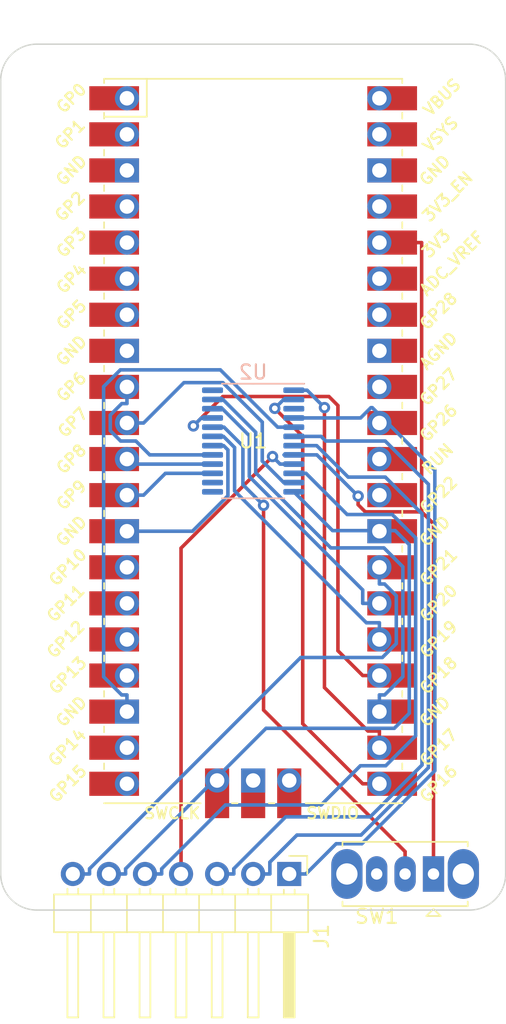
<source format=kicad_pcb>
(kicad_pcb (version 20211014) (generator pcbnew)
  (layers (0 "F.Cu" signal) (31 "B.Cu" signal) (34 "B.Paste" user) (35 "F.Paste" user) (36 "B.SilkS" user "B.Silkscreen") (37 "F.SilkS" user "F.Silkscreen") (38 "B.Mask" user) (39 "F.Mask" user) (44 "Edge.Cuts" user))
  (net 0 "")
  (net 1 "Net-(J1-Pad1)")
  (net 2 "Net-(J1-Pad2)")
  (net 3 "Net-(J1-Pad3)")
  (net 4 "Net-(J1-Pad4)")
  (net 5 "Net-(J1-Pad5)")
  (net 6 "Net-(J1-Pad6)")
  (net 7 "Net-(J1-Pad7)")
  (net 8 "Net-(SW1-Pad2)")
  (net 13 "Net-(SW1-Pad1)")
  (net 14 "Net-(U1-Pad22)")
  (net 15 "Net-(U1-Pad21)")
  (net 16 "Net-(U1-Pad18)")
  (net 17 "Net-(U1-Pad10)")
  (net 18 "Net-(U1-Pad12)")
  (net 19 "Net-(U1-Pad11)")
  (net 20 "Net-(U1-Pad9)")
  (net 21 "Net-(U1-Pad13)")
  (net 22 "Net-(U1-Pad25)")
  (net 23 "Net-(U1-Pad24)")
  (net 24 "Net-(U1-Pad26)")
  (net 25 "Net-(U1-Pad23)")
  (footprint "Button_Switch_THT:SW_Slide_1P2T_CK_OS102011MS2Q" (layer "F.Cu") (at 185.42 104.14 180)
    (fp_text reference "SW1" (at 3.99 -2.99) (layer "F.SilkS"))
    (fp_text value "SW_DIP_x01")
    (fp_line (start 6.41 2.26) (end -2.41 2.26) (layer "F.SilkS") (width 0.12))
    (fp_line (start -2.41 -2.26) (end 6.41 -2.26) (layer "F.SilkS") (width 0.12))
    (fp_line (start 6.41 2.26) (end 6.41 1.95) (layer "F.SilkS") (width 0.12))
    (fp_line (start 6.41 -2.26) (end 6.41 -1.95) (layer "F.SilkS") (width 0.12))
    (fp_line (start -2.41 -1.95) (end -2.41 -2.26) (layer "F.SilkS") (width 0.12))
    (fp_line (start 0.5 -2.96) (end -0.5 -2.96) (layer "F.SilkS") (width 0.12))
    (fp_line (start -2.41 2.26) (end -2.41 1.95) (layer "F.SilkS") (width 0.12))
    (fp_line (start 0 -2.46) (end 0.5 -2.96) (layer "F.SilkS") (width 0.12))
    (fp_line (start -0.5 -2.96) (end 0 -2.46) (layer "F.SilkS") (width 0.12))
    (pad "" thru_hole oval (at 6.1 0 180) (size 2.2 3.5) (drill 1.5) (layers *.Cu *.Mask))
    (pad "" thru_hole oval (at -2.1 0 180) (size 2.2 3.5) (drill 1.5) (layers *.Cu *.Mask))
    (pad "1" thru_hole rect (at 0 0 180) (size 1.5 2.5) (drill 0.8) (layers *.Cu *.Mask) (net 13 "Net-(SW1-Pad1)"))
    (pad "2" thru_hole oval (at 2 0 180) (size 1.5 2.5) (drill 0.8) (layers *.Cu *.Mask) (net 8 "Net-(SW1-Pad2)"))
    (pad "3" thru_hole oval (at 4 0 180) (size 1.5 2.5) (drill 0.8) (layers *.Cu *.Mask))
  )
  (footprint "MCU_RaspberryPi_and_Boards:RPi_Pico_SMD_TH" (layer "F.Cu") (at 172.72 73.66)
    (fp_text reference "U1" (at 0 0) (layer "F.SilkS"))
    (fp_text value "Pico")
    (fp_text user "GP3" (at -12.8 -13.97 45) (layer "F.SilkS") (effects (font (size 0.8 0.8))))
    (fp_text user "GP15" (at -13.054 24.13 45) (layer "F.SilkS") (effects (font (size 0.8 0.8))))
    (fp_text user "GND" (at -12.8 19.05 45) (layer "F.SilkS") (effects (font (size 0.8 0.8))))
    (fp_text user "VBUS" (at 13.3 -24.2 45) (layer "F.SilkS") (effects (font (size 0.8 0.8))))
    (fp_text user "GP17" (at 13.054 21.59 45) (layer "F.SilkS") (effects (font (size 0.8 0.8))))
    (fp_text user "GND" (at -12.8 -6.35 45) (layer "F.SilkS") (effects (font (size 0.8 0.8))))
    (fp_text user "VSYS" (at 13.2 -21.59 45) (layer "F.SilkS") (effects (font (size 0.8 0.8))))
    (fp_text user "GND" (at -12.8 -19.05 45) (layer "F.SilkS") (effects (font (size 0.8 0.8))))
    (fp_text user "GND" (at 12.8 -19.05 45) (layer "F.SilkS") (effects (font (size 0.8 0.8))))
    (fp_text user "GP0" (at -12.8 -24.13 45) (layer "F.SilkS") (effects (font (size 0.8 0.8))))
    (fp_text user "GP19" (at 13.054 13.97 45) (layer "F.SilkS") (effects (font (size 0.8 0.8))))
    (fp_text user "SWCLK" (at -5.7 26.2) (layer "F.SilkS") (effects (font (size 0.8 0.8))))
    (fp_text user "GND" (at 12.8 6.35 45) (layer "F.SilkS") (effects (font (size 0.8 0.8))))
    (fp_text user "GP4" (at -12.8 -11.43 45) (layer "F.SilkS") (effects (font (size 0.8 0.8))))
    (fp_text user "GP9" (at -12.8 3.81 45) (layer "F.SilkS") (effects (font (size 0.8 0.8))))
    (fp_text user "GP20" (at 13.054 11.43 45) (layer "F.SilkS") (effects (font (size 0.8 0.8))))
    (fp_text user "GND" (at -12.8 6.35 45) (layer "F.SilkS") (effects (font (size 0.8 0.8))))
    (fp_text user "GP1" (at -12.9 -21.6 45) (layer "F.SilkS") (effects (font (size 0.8 0.8))))
    (fp_text user "3V3_EN" (at 13.7 -17.2 45) (layer "F.SilkS") (effects (font (size 0.8 0.8))))
    (fp_text user "GP26" (at 13.054 -1.27 45) (layer "F.SilkS") (effects (font (size 0.8 0.8))))
    (fp_text user "GP13" (at -13.054 16.51 45) (layer "F.SilkS") (effects (font (size 0.8 0.8))))
    (fp_text user "SWDIO" (at 5.6 26.2) (layer "F.SilkS") (effects (font (size 0.8 0.8))))
    (fp_text user "GP7" (at -12.7 -1.3 45) (layer "F.SilkS") (effects (font (size 0.8 0.8))))
    (fp_text user "GP12" (at -13.2 13.97 45) (layer "F.SilkS") (effects (font (size 0.8 0.8))))
    (fp_text user "ADC_VREF" (at 14 -12.5 45) (layer "F.SilkS") (effects (font (size 0.8 0.8))))
    (fp_text user "GP21" (at 13.054 8.9 45) (layer "F.SilkS") (effects (font (size 0.8 0.8))))
    (fp_text user "GP14" (at -13.1 21.59 45) (layer "F.SilkS") (effects (font (size 0.8 0.8))))
    (fp_text user "GP8" (at -12.8 1.27 45) (layer "F.SilkS") (effects (font (size 0.8 0.8))))
    (fp_text user "GP10" (at -13.054 8.89 45) (layer "F.SilkS") (effects (font (size 0.8 0.8))))
    (fp_text user "3V3" (at 12.9 -13.9 45) (layer "F.SilkS") (effects (font (size 0.8 0.8))))
    (fp_text user "GP16" (at 13.054 24.13 45) (layer "F.SilkS") (effects (font (size 0.8 0.8))))
    (fp_text user "GP5" (at -12.8 -8.89 45) (layer "F.SilkS") (effects (font (size 0.8 0.8))))
    (fp_text user "GP22" (at 13.054 3.81 45) (layer "F.SilkS") (effects (font (size 0.8 0.8))))
    (fp_text user "GP2" (at -12.9 -16.51 45) (layer "F.SilkS") (effects (font (size 0.8 0.8))))
    (fp_text user "AGND" (at 13.054 -6.35 45) (layer "F.SilkS") (effects (font (size 0.8 0.8))))
    (fp_text user "GP27" (at 13.054 -3.8 45) (layer "F.SilkS") (effects (font (size 0.8 0.8))))
    (fp_text user "GP28" (at 13.054 -9.144 45) (layer "F.SilkS") (effects (font (size 0.8 0.8))))
    (fp_text user "GND" (at 12.8 19.05 45) (layer "F.SilkS") (effects (font (size 0.8 0.8))))
    (fp_text user "GP11" (at -13.2 11.43 45) (layer "F.SilkS") (effects (font (size 0.8 0.8))))
    (fp_text user "RUN" (at 13 1.27 45) (layer "F.SilkS") (effects (font (size 0.8 0.8))))
    (fp_text user "GP18" (at 13.054 16.51 45) (layer "F.SilkS") (effects (font (size 0.8 0.8))))
    (fp_text user "GP6" (at -12.8 -3.81 45) (layer "F.SilkS") (effects (font (size 0.8 0.8))))
    (fp_line (start -10.5 10) (end -10.5 10.4) (layer "F.SilkS") (width 0.12))
    (fp_line (start -10.5 4.9) (end -10.5 5.3) (layer "F.SilkS") (width 0.12))
    (fp_line (start -7.493 -22.833) (end -7.493 -25.5) (layer "F.SilkS") (width 0.12))
    (fp_line (start -10.5 -7.8) (end -10.5 -7.4) (layer "F.SilkS") (width 0.12))
    (fp_line (start -10.5 -12.9) (end -10.5 -12.5) (layer "F.SilkS") (width 0.12))
    (fp_line (start -10.5 -23.1) (end -10.5 -22.7) (layer "F.SilkS") (width 0.12))
    (fp_line (start 10.5 -10.4) (end 10.5 -10) (layer "F.SilkS") (width 0.12))
    (fp_line (start 10.5 25.5) (end 3.7 25.5) (layer "F.SilkS") (width 0.12))
    (fp_line (start 10.5 -25.5) (end 10.5 -25.2) (layer "F.SilkS") (width 0.12))
    (fp_line (start 10.5 4.9) (end 10.5 5.3) (layer "F.SilkS") (width 0.12))
    (fp_line (start 10.5 -18) (end 10.5 -17.6) (layer "F.SilkS") (width 0.12))
    (fp_line (start 10.5 12.5) (end 10.5 12.9) (layer "F.SilkS") (width 0.12))
    (fp_line (start -10.5 -25.5) (end 10.5 -25.5) (layer "F.SilkS") (width 0.12))
    (fp_line (start -10.5 -10.4) (end -10.5 -10) (layer "F.SilkS") (width 0.12))
    (fp_line (start 10.5 -23.1) (end 10.5 -22.7) (layer "F.SilkS") (width 0.12))
    (fp_line (start -10.5 -15.4) (end -10.5 -15) (layer "F.SilkS") (width 0.12))
    (fp_line (start -10.5 -0.2) (end -10.5 0.2) (layer "F.SilkS") (width 0.12))
    (fp_line (start 10.5 17.6) (end 10.5 18) (layer "F.SilkS") (width 0.12))
    (fp_line (start -3.7 25.5) (end -10.5 25.5) (layer "F.SilkS") (width 0.12))
    (fp_line (start 10.5 -12.9) (end 10.5 -12.5) (layer "F.SilkS") (width 0.12))
    (fp_line (start -10.5 22.7) (end -10.5 23.1) (layer "F.SilkS") (width 0.12))
    (fp_line (start 10.5 -15.4) (end 10.5 -15) (layer "F.SilkS") (width 0.12))
    (fp_line (start 10.5 7.4) (end 10.5 7.8) (layer "F.SilkS") (width 0.12))
    (fp_line (start -10.5 20.1) (end -10.5 20.5) (layer "F.SilkS") (width 0.12))
    (fp_line (start -10.5 -18) (end -10.5 -17.6) (layer "F.SilkS") (width 0.12))
    (fp_line (start 10.5 -5.3) (end 10.5 -4.9) (layer "F.SilkS") (width 0.12))
    (fp_line (start -10.5 -25.5) (end -10.5 -25.2) (layer "F.SilkS") (width 0.12))
    (fp_line (start 10.5 10) (end 10.5 10.4) (layer "F.SilkS") (width 0.12))
    (fp_line (start 10.5 -2.7) (end 10.5 -2.3) (layer "F.SilkS") (width 0.12))
    (fp_line (start -10.5 -22.833) (end -7.493 -22.833) (layer "F.SilkS") (width 0.12))
    (fp_line (start 10.5 22.7) (end 10.5 23.1) (layer "F.SilkS") (width 0.12))
    (fp_line (start -10.5 15.1) (end -10.5 15.5) (layer "F.SilkS") (width 0.12))
    (fp_line (start -10.5 12.5) (end -10.5 12.9) (layer "F.SilkS") (width 0.12))
    (fp_line (start -10.5 7.4) (end -10.5 7.8) (layer "F.SilkS") (width 0.12))
    (fp_line (start 10.5 15.1) (end 10.5 15.5) (layer "F.SilkS") (width 0.12))
    (fp_line (start -10.5 17.6) (end -10.5 18) (layer "F.SilkS") (width 0.12))
    (fp_line (start -10.5 2.3) (end -10.5 2.7) (layer "F.SilkS") (width 0.12))
    (fp_line (start -10.5 -20.5) (end -10.5 -20.1) (layer "F.SilkS") (width 0.12))
    (fp_line (start 10.5 -0.2) (end 10.5 0.2) (layer "F.SilkS") (width 0.12))
    (fp_line (start -10.5 -5.3) (end -10.5 -4.9) (layer "F.SilkS") (width 0.12))
    (fp_line (start -10.5 -2.7) (end -10.5 -2.3) (layer "F.SilkS") (width 0.12))
    (fp_line (start 10.5 20.1) (end 10.5 20.5) (layer "F.SilkS") (width 0.12))
    (fp_line (start 10.5 -7.8) (end 10.5 -7.4) (layer "F.SilkS") (width 0.12))
    (fp_line (start 10.5 -20.5) (end 10.5 -20.1) (layer "F.SilkS") (width 0.12))
    (fp_line (start 10.5 2.3) (end 10.5 2.7) (layer "F.SilkS") (width 0.12))
    (fp_line (start -1.5 25.5) (end -1.1 25.5) (layer "F.SilkS") (width 0.12))
    (fp_line (start 1.1 25.5) (end 1.5 25.5) (layer "F.SilkS") (width 0.12))
    (pad "" np_thru_hole oval (at 2.425 -20.97) (size 1.5 1.5) (drill 1.5) (layers *.Cu *.Mask))
    (pad "" np_thru_hole oval (at 2.725 -24) (size 1.8 1.8) (drill 1.8) (layers *.Cu *.Mask))
    (pad "" np_thru_hole oval (at -2.725 -24) (size 1.8 1.8) (drill 1.8) (layers *.Cu *.Mask))
    (pad "" np_thru_hole oval (at -2.425 -20.97) (size 1.5 1.5) (drill 1.5) (layers *.Cu *.Mask))
    (pad "1" thru_hole oval (at -8.89 -24.13) (size 1.7 1.7) (drill 1.02) (layers *.Cu *.Mask))
    (pad "1" smd rect (at -8.89 -24.13) (size 3.5 1.7) (drill (offset -0.9 0)) (layers "F.Cu" "F.Mask"))
    (pad "2" smd rect (at -8.89 -21.59) (size 3.5 1.7) (drill (offset -0.9 0)) (layers "F.Cu" "F.Mask"))
    (pad "2" thru_hole oval (at -8.89 -21.59) (size 1.7 1.7) (drill 1.02) (layers *.Cu *.Mask))
    (pad "3" smd rect (at -8.89 -19.05) (size 3.5 1.7) (drill (offset -0.9 0)) (layers "F.Cu" "F.Mask"))
    (pad "3" thru_hole rect (at -8.89 -19.05) (size 1.7 1.7) (drill 1.02) (layers *.Cu *.Mask))
    (pad "4" thru_hole oval (at -8.89 -16.51) (size 1.7 1.7) (drill 1.02) (layers *.Cu *.Mask))
    (pad "4" smd rect (at -8.89 -16.51) (size 3.5 1.7) (drill (offset -0.9 0)) (layers "F.Cu" "F.Mask"))
    (pad "5" thru_hole oval (at -8.89 -13.97) (size 1.7 1.7) (drill 1.02) (layers *.Cu *.Mask))
    (pad "5" smd rect (at -8.89 -13.97) (size 3.5 1.7) (drill (offset -0.9 0)) (layers "F.Cu" "F.Mask"))
    (pad "6" thru_hole oval (at -8.89 -11.43) (size 1.7 1.7) (drill 1.02) (layers *.Cu *.Mask))
    (pad "6" smd rect (at -8.89 -11.43) (size 3.5 1.7) (drill (offset -0.9 0)) (layers "F.Cu" "F.Mask"))
    (pad "7" smd rect (at -8.89 -8.89) (size 3.5 1.7) (drill (offset -0.9 0)) (layers "F.Cu" "F.Mask"))
    (pad "7" thru_hole oval (at -8.89 -8.89) (size 1.7 1.7) (drill 1.02) (layers *.Cu *.Mask))
    (pad "8" thru_hole rect (at -8.89 -6.35) (size 1.7 1.7) (drill 1.02) (layers *.Cu *.Mask))
    (pad "8" smd rect (at -8.89 -6.35) (size 3.5 1.7) (drill (offset -0.9 0)) (layers "F.Cu" "F.Mask"))
    (pad "9" thru_hole oval (at -8.89 -3.81) (size 1.7 1.7) (drill 1.02) (layers *.Cu *.Mask) (net 20 "Net-(U1-Pad9)"))
    (pad "9" smd rect (at -8.89 -3.81) (size 3.5 1.7) (drill (offset -0.9 0)) (layers "F.Cu" "F.Mask") (net 20 "Net-(U1-Pad9)"))
    (pad "10" smd rect (at -8.89 -1.27) (size 3.5 1.7) (drill (offset -0.9 0)) (layers "F.Cu" "F.Mask") (net 17 "Net-(U1-Pad10)"))
    (pad "10" thru_hole oval (at -8.89 -1.27) (size 1.7 1.7) (drill 1.02) (layers *.Cu *.Mask) (net 17 "Net-(U1-Pad10)"))
    (pad "11" smd rect (at -8.89 1.27) (size 3.5 1.7) (drill (offset -0.9 0)) (layers "F.Cu" "F.Mask") (net 19 "Net-(U1-Pad11)"))
    (pad "11" thru_hole oval (at -8.89 1.27) (size 1.7 1.7) (drill 1.02) (layers *.Cu *.Mask) (net 19 "Net-(U1-Pad11)"))
    (pad "12" smd rect (at -8.89 3.81) (size 3.5 1.7) (drill (offset -0.9 0)) (layers "F.Cu" "F.Mask") (net 18 "Net-(U1-Pad12)"))
    (pad "12" thru_hole oval (at -8.89 3.81) (size 1.7 1.7) (drill 1.02) (layers *.Cu *.Mask) (net 18 "Net-(U1-Pad12)"))
    (pad "13" thru_hole rect (at -8.89 6.35) (size 1.7 1.7) (drill 1.02) (layers *.Cu *.Mask) (net 21 "Net-(U1-Pad13)"))
    (pad "13" smd rect (at -8.89 6.35) (size 3.5 1.7) (drill (offset -0.9 0)) (layers "F.Cu" "F.Mask") (net 21 "Net-(U1-Pad13)"))
    (pad "14" thru_hole oval (at -8.89 8.89) (size 1.7 1.7) (drill 1.02) (layers *.Cu *.Mask))
    (pad "14" smd rect (at -8.89 8.89) (size 3.5 1.7) (drill (offset -0.9 0)) (layers "F.Cu" "F.Mask"))
    (pad "15" smd rect (at -8.89 11.43) (size 3.5 1.7) (drill (offset -0.9 0)) (layers "F.Cu" "F.Mask"))
    (pad "15" thru_hole oval (at -8.89 11.43) (size 1.7 1.7) (drill 1.02) (layers *.Cu *.Mask))
    (pad "16" smd rect (at -8.89 13.97) (size 3.5 1.7) (drill (offset -0.9 0)) (layers "F.Cu" "F.Mask"))
    (pad "16" thru_hole oval (at -8.89 13.97) (size 1.7 1.7) (drill 1.02) (layers *.Cu *.Mask))
    (pad "17" thru_hole oval (at -8.89 16.51) (size 1.7 1.7) (drill 1.02) (layers *.Cu *.Mask))
    (pad "17" smd rect (at -8.89 16.51) (size 3.5 1.7) (drill (offset -0.9 0)) (layers "F.Cu" "F.Mask"))
    (pad "18" smd rect (at -8.89 19.05) (size 3.5 1.7) (drill (offset -0.9 0)) (layers "F.Cu" "F.Mask") (net 16 "Net-(U1-Pad18)"))
    (pad "18" thru_hole rect (at -8.89 19.05) (size 1.7 1.7) (drill 1.02) (layers *.Cu *.Mask) (net 16 "Net-(U1-Pad18)"))
    (pad "19" thru_hole oval (at -8.89 21.59) (size 1.7 1.7) (drill 1.02) (layers *.Cu *.Mask))
    (pad "19" smd rect (at -8.89 21.59) (size 3.5 1.7) (drill (offset -0.9 0)) (layers "F.Cu" "F.Mask"))
    (pad "20" smd rect (at -8.89 24.13) (size 3.5 1.7) (drill (offset -0.9 0)) (layers "F.Cu" "F.Mask"))
    (pad "20" thru_hole oval (at -8.89 24.13) (size 1.7 1.7) (drill 1.02) (layers *.Cu *.Mask))
    (pad "21" smd rect (at 8.89 24.13) (size 3.5 1.7) (drill (offset 0.9 0)) (layers "F.Cu" "F.Mask") (net 15 "Net-(U1-Pad21)"))
    (pad "21" thru_hole oval (at 8.89 24.13) (size 1.7 1.7) (drill 1.02) (layers *.Cu *.Mask) (net 15 "Net-(U1-Pad21)"))
    (pad "22" thru_hole oval (at 8.89 21.59) (size 1.7 1.7) (drill 1.02) (layers *.Cu *.Mask) (net 14 "Net-(U1-Pad22)"))
    (pad "22" smd rect (at 8.89 21.59) (size 3.5 1.7) (drill (offset 0.9 0)) (layers "F.Cu" "F.Mask") (net 14 "Net-(U1-Pad22)"))
    (pad "23" thru_hole rect (at 8.89 19.05) (size 1.7 1.7) (drill 1.02) (layers *.Cu *.Mask) (net 25 "Net-(U1-Pad23)"))
    (pad "23" smd rect (at 8.89 19.05) (size 3.5 1.7) (drill (offset 0.9 0)) (layers "F.Cu" "F.Mask") (net 25 "Net-(U1-Pad23)"))
    (pad "24" smd rect (at 8.89 16.51) (size 3.5 1.7) (drill (offset 0.9 0)) (layers "F.Cu" "F.Mask") (net 23 "Net-(U1-Pad24)"))
    (pad "24" thru_hole oval (at 8.89 16.51) (size 1.7 1.7) (drill 1.02) (layers *.Cu *.Mask) (net 23 "Net-(U1-Pad24)"))
    (pad "25" thru_hole oval (at 8.89 13.97) (size 1.7 1.7) (drill 1.02) (layers *.Cu *.Mask) (net 22 "Net-(U1-Pad25)"))
    (pad "25" smd rect (at 8.89 13.97) (size 3.5 1.7) (drill (offset 0.9 0)) (layers "F.Cu" "F.Mask") (net 22 "Net-(U1-Pad25)"))
    (pad "26" thru_hole oval (at 8.89 11.43) (size 1.7 1.7) (drill 1.02) (layers *.Cu *.Mask) (net 24 "Net-(U1-Pad26)"))
    (pad "26" smd rect (at 8.89 11.43) (size 3.5 1.7) (drill (offset 0.9 0)) (layers "F.Cu" "F.Mask") (net 24 "Net-(U1-Pad26)"))
    (pad "27" thru_hole oval (at 8.89 8.89) (size 1.7 1.7) (drill 1.02) (layers *.Cu *.Mask) (net 7 "Net-(J1-Pad7)"))
    (pad "27" smd rect (at 8.89 8.89) (size 3.5 1.7) (drill (offset 0.9 0)) (layers "F.Cu" "F.Mask") (net 7 "Net-(J1-Pad7)"))
    (pad "28" smd rect (at 8.89 6.35) (size 3.5 1.7) (drill (offset 0.9 0)) (layers "F.Cu" "F.Mask"))
    (pad "28" thru_hole rect (at 8.89 6.35) (size 1.7 1.7) (drill 1.02) (layers *.Cu *.Mask))
    (pad "29" thru_hole oval (at 8.89 3.81) (size 1.7 1.7) (drill 1.02) (layers *.Cu *.Mask))
    (pad "29" smd rect (at 8.89 3.81) (size 3.5 1.7) (drill (offset 0.9 0)) (layers "F.Cu" "F.Mask"))
    (pad "30" smd rect (at 8.89 1.27) (size 3.5 1.7) (drill (offset 0.9 0)) (layers "F.Cu" "F.Mask"))
    (pad "30" thru_hole oval (at 8.89 1.27) (size 1.7 1.7) (drill 1.02) (layers *.Cu *.Mask))
    (pad "31" smd rect (at 8.89 -1.27) (size 3.5 1.7) (drill (offset 0.9 0)) (layers "F.Cu" "F.Mask"))
    (pad "31" thru_hole oval (at 8.89 -1.27) (size 1.7 1.7) (drill 1.02) (layers *.Cu *.Mask))
    (pad "32" thru_hole oval (at 8.89 -3.81) (size 1.7 1.7) (drill 1.02) (layers *.Cu *.Mask))
    (pad "32" smd rect (at 8.89 -3.81) (size 3.5 1.7) (drill (offset 0.9 0)) (layers "F.Cu" "F.Mask"))
    (pad "33" smd rect (at 8.89 -6.35) (size 3.5 1.7) (drill (offset 0.9 0)) (layers "F.Cu" "F.Mask"))
    (pad "33" thru_hole rect (at 8.89 -6.35) (size 1.7 1.7) (drill 1.02) (layers *.Cu *.Mask))
    (pad "34" thru_hole oval (at 8.89 -8.89) (size 1.7 1.7) (drill 1.02) (layers *.Cu *.Mask))
    (pad "34" smd rect (at 8.89 -8.89) (size 3.5 1.7) (drill (offset 0.9 0)) (layers "F.Cu" "F.Mask"))
    (pad "35" smd rect (at 8.89 -11.43) (size 3.5 1.7) (drill (offset 0.9 0)) (layers "F.Cu" "F.Mask"))
    (pad "35" thru_hole oval (at 8.89 -11.43) (size 1.7 1.7) (drill 1.02) (layers *.Cu *.Mask))
    (pad "36" smd rect (at 8.89 -13.97) (size 3.5 1.7) (drill (offset 0.9 0)) (layers "F.Cu" "F.Mask") (net 13 "Net-(SW1-Pad1)"))
    (pad "36" thru_hole oval (at 8.89 -13.97) (size 1.7 1.7) (drill 1.02) (layers *.Cu *.Mask) (net 13 "Net-(SW1-Pad1)"))
    (pad "37" smd rect (at 8.89 -16.51) (size 3.5 1.7) (drill (offset 0.9 0)) (layers "F.Cu" "F.Mask"))
    (pad "37" thru_hole oval (at 8.89 -16.51) (size 1.7 1.7) (drill 1.02) (layers *.Cu *.Mask))
    (pad "38" smd rect (at 8.89 -19.05) (size 3.5 1.7) (drill (offset 0.9 0)) (layers "F.Cu" "F.Mask"))
    (pad "38" thru_hole rect (at 8.89 -19.05) (size 1.7 1.7) (drill 1.02) (layers *.Cu *.Mask))
    (pad "39" thru_hole oval (at 8.89 -21.59) (size 1.7 1.7) (drill 1.02) (layers *.Cu *.Mask))
    (pad "39" smd rect (at 8.89 -21.59) (size 3.5 1.7) (drill (offset 0.9 0)) (layers "F.Cu" "F.Mask"))
    (pad "40" thru_hole oval (at 8.89 -24.13) (size 1.7 1.7) (drill 1.02) (layers *.Cu *.Mask))
    (pad "40" smd rect (at 8.89 -24.13) (size 3.5 1.7) (drill (offset 0.9 0)) (layers "F.Cu" "F.Mask"))
    (pad "41" thru_hole oval (at -2.54 23.9) (size 1.7 1.7) (drill 1.02) (layers *.Cu *.Mask))
    (pad "41" smd rect (at -2.54 23.9 90) (size 3.5 1.7) (drill (offset -0.9 0)) (layers "F.Cu" "F.Mask"))
    (pad "42" thru_hole rect (at 0 23.9) (size 1.7 1.7) (drill 1.02) (layers *.Cu *.Mask))
    (pad "42" smd rect (at 0 23.9 90) (size 3.5 1.7) (drill (offset -0.9 0)) (layers "F.Cu" "F.Mask"))
    (pad "43" thru_hole oval (at 2.54 23.9) (size 1.7 1.7) (drill 1.02) (layers *.Cu *.Mask))
    (pad "43" smd rect (at 2.54 23.9 90) (size 3.5 1.7) (drill (offset -0.9 0)) (layers "F.Cu" "F.Mask"))
  )
  (footprint "Connector_PinHeader_2.54mm:PinHeader_1x07_P2.54mm_Horizontal" (layer "F.Cu") (at 175.26 104.14 -90)
    (fp_text reference "J1" (at 4.385 -2.27 -90) (layer "F.SilkS"))
    (fp_text value "1x7 Pin Header")
    (fp_line (start 4.1 -1.33) (end 1.44 -1.33) (layer "F.SilkS") (width 0.12))
    (fp_line (start 4.1 7.24) (end 10.1 7.24) (layer "F.SilkS") (width 0.12))
    (fp_line (start 4.1 4.7) (end 10.1 4.7) (layer "F.SilkS") (width 0.12))
    (fp_line (start 4.1 12.32) (end 10.1 12.32) (layer "F.SilkS") (width 0.12))
    (fp_line (start 1.11 0.38) (end 1.44 0.38) (layer "F.SilkS") (width 0.12))
    (fp_line (start -1.27 -1.27) (end 0 -1.27) (layer "F.SilkS") (width 0.12))
    (fp_line (start 10.1 2.92) (end 4.1 2.92) (layer "F.SilkS") (width 0.12))
    (fp_line (start 4.1 0.16) (end 10.1 0.16) (layer "F.SilkS") (width 0.12))
    (fp_line (start 10.1 -0.38) (end 10.1 0.38) (layer "F.SilkS") (width 0.12))
    (fp_line (start 10.1 0.38) (end 4.1 0.38) (layer "F.SilkS") (width 0.12))
    (fp_line (start 1.44 16.57) (end 4.1 16.57) (layer "F.SilkS") (width 0.12))
    (fp_line (start 10.1 7.24) (end 10.1 8) (layer "F.SilkS") (width 0.12))
    (fp_line (start 1.042929 8) (end 1.44 8) (layer "F.SilkS") (width 0.12))
    (fp_line (start 4.1 16.57) (end 4.1 -1.33) (layer "F.SilkS") (width 0.12))
    (fp_line (start 1.042929 10.54) (end 1.44 10.54) (layer "F.SilkS") (width 0.12))
    (fp_line (start 1.042929 13.08) (end 1.44 13.08) (layer "F.SilkS") (width 0.12))
    (fp_line (start 1.44 -1.33) (end 1.44 16.57) (layer "F.SilkS") (width 0.12))
    (fp_line (start 4.1 9.78) (end 10.1 9.78) (layer "F.SilkS") (width 0.12))
    (fp_line (start 1.44 3.81) (end 4.1 3.81) (layer "F.SilkS") (width 0.12))
    (fp_line (start 10.1 4.7) (end 10.1 5.46) (layer "F.SilkS") (width 0.12))
    (fp_line (start 1.042929 9.78) (end 1.44 9.78) (layer "F.SilkS") (width 0.12))
    (fp_line (start 1.042929 2.92) (end 1.44 2.92) (layer "F.SilkS") (width 0.12))
    (fp_line (start 1.042929 12.32) (end 1.44 12.32) (layer "F.SilkS") (width 0.12))
    (fp_line (start 4.1 -0.32) (end 10.1 -0.32) (layer "F.SilkS") (width 0.12))
    (fp_line (start 10.1 9.78) (end 10.1 10.54) (layer "F.SilkS") (width 0.12))
    (fp_line (start 10.1 13.08) (end 4.1 13.08) (layer "F.SilkS") (width 0.12))
    (fp_line (start 10.1 2.16) (end 10.1 2.92) (layer "F.SilkS") (width 0.12))
    (fp_line (start 4.1 -0.08) (end 10.1 -0.08) (layer "F.SilkS") (width 0.12))
    (fp_line (start 10.1 5.46) (end 4.1 5.46) (layer "F.SilkS") (width 0.12))
    (fp_line (start 4.1 2.16) (end 10.1 2.16) (layer "F.SilkS") (width 0.12))
    (fp_line (start 4.1 -0.38) (end 10.1 -0.38) (layer "F.SilkS") (width 0.12))
    (fp_line (start 1.44 13.97) (end 4.1 13.97) (layer "F.SilkS") (width 0.12))
    (fp_line (start 10.1 10.54) (end 4.1 10.54) (layer "F.SilkS") (width 0.12))
    (fp_line (start -1.27 0) (end -1.27 -1.27) (layer "F.SilkS") (width 0.12))
    (fp_line (start 1.042929 14.86) (end 1.44 14.86) (layer "F.SilkS") (width 0.12))
    (fp_line (start 1.042929 2.16) (end 1.44 2.16) (layer "F.SilkS") (width 0.12))
    (fp_line (start 1.042929 4.7) (end 1.44 4.7) (layer "F.SilkS") (width 0.12))
    (fp_line (start 1.44 8.89) (end 4.1 8.89) (layer "F.SilkS") (width 0.12))
    (fp_line (start 1.44 11.43) (end 4.1 11.43) (layer "F.SilkS") (width 0.12))
    (fp_line (start 10.1 14.86) (end 10.1 15.62) (layer "F.SilkS") (width 0.12))
    (fp_line (start 1.44 1.27) (end 4.1 1.27) (layer "F.SilkS") (width 0.12))
    (fp_line (start 1.042929 5.46) (end 1.44 5.46) (layer "F.SilkS") (width 0.12))
    (fp_line (start 4.1 0.28) (end 10.1 0.28) (layer "F.SilkS") (width 0.12))
    (fp_line (start 4.1 0.04) (end 10.1 0.04) (layer "F.SilkS") (width 0.12))
    (fp_line (start 10.1 12.32) (end 10.1 13.08) (layer "F.SilkS") (width 0.12))
    (fp_line (start 1.11 -0.38) (end 1.44 -0.38) (layer "F.SilkS") (width 0.12))
    (fp_line (start 1.042929 7.24) (end 1.44 7.24) (layer "F.SilkS") (width 0.12))
    (fp_line (start 10.1 8) (end 4.1 8) (layer "F.SilkS") (width 0.12))
    (fp_line (start 1.042929 15.62) (end 1.44 15.62) (layer "F.SilkS") (width 0.12))
    (fp_line (start 4.1 -0.2) (end 10.1 -0.2) (layer "F.SilkS") (width 0.12))
    (fp_line (start 10.1 15.62) (end 4.1 15.62) (layer "F.SilkS") (width 0.12))
    (fp_line (start 4.1 14.86) (end 10.1 14.86) (layer "F.SilkS") (width 0.12))
    (fp_line (start 1.44 6.35) (end 4.1 6.35) (layer "F.SilkS") (width 0.12))
    (pad "1" thru_hole rect (at 0 0 270) (size 1.7 1.7) (drill 1) (layers *.Cu *.Mask) (net 1 "Net-(J1-Pad1)"))
    (pad "2" thru_hole oval (at 0 2.54 270) (size 1.7 1.7) (drill 1) (layers *.Cu *.Mask) (net 2 "Net-(J1-Pad2)"))
    (pad "3" thru_hole oval (at 0 5.08 270) (size 1.7 1.7) (drill 1) (layers *.Cu *.Mask) (net 3 "Net-(J1-Pad3)"))
    (pad "4" thru_hole oval (at 0 7.62 270) (size 1.7 1.7) (drill 1) (layers *.Cu *.Mask) (net 4 "Net-(J1-Pad4)"))
    (pad "5" thru_hole oval (at 0 10.16 270) (size 1.7 1.7) (drill 1) (layers *.Cu *.Mask) (net 5 "Net-(J1-Pad5)"))
    (pad "6" thru_hole oval (at 0 12.7 270) (size 1.7 1.7) (drill 1) (layers *.Cu *.Mask) (net 6 "Net-(J1-Pad6)"))
    (pad "7" thru_hole oval (at 0 15.24 270) (size 1.7 1.7) (drill 1) (layers *.Cu *.Mask) (net 7 "Net-(J1-Pad7)"))
  )
  (footprint "Package_SO:TSSOP-24_4.4x7.8mm_P0.65mm" (layer "B.Cu") (at 172.72 73.66 180)
    (fp_text reference "U2" (at 0 4.85) (layer "B.SilkS") (effects (justify mirror)))
    (fp_text value "TS3A27518EPW")
    (fp_line (start 0 -4.035) (end -2.2 -4.035) (layer "B.SilkS") (width 0.12))
    (fp_line (start 0 4.035) (end -3.6 4.035) (layer "B.SilkS") (width 0.12))
    (fp_line (start 0 -4.035) (end 2.2 -4.035) (layer "B.SilkS") (width 0.12))
    (fp_line (start 0 4.035) (end 2.2 4.035) (layer "B.SilkS") (width 0.12))
    (pad "1" smd roundrect (at -2.8625 3.575 180) (size 1.475 0.4) (layers "B.Cu" "B.Paste" "B.Mask") (net 14 "Net-(U1-Pad22)"))
    (pad "2" smd roundrect (at -2.8625 2.925 180) (size 1.475 0.4) (layers "B.Cu" "B.Paste" "B.Mask") (net 15 "Net-(U1-Pad21)"))
    (pad "3" smd roundrect (at -2.8625 2.275 180) (size 1.475 0.4) (layers "B.Cu" "B.Paste" "B.Mask"))
    (pad "4" smd roundrect (at -2.8625 1.625 180) (size 1.475 0.4) (layers "B.Cu" "B.Paste" "B.Mask") (net 1 "Net-(J1-Pad1)"))
    (pad "5" smd roundrect (at -2.8625 0.975 180) (size 1.475 0.4) (layers "B.Cu" "B.Paste" "B.Mask") (net 16 "Net-(U1-Pad18)"))
    (pad "6" smd roundrect (at -2.8625 0.325 180) (size 1.475 0.4) (layers "B.Cu" "B.Paste" "B.Mask") (net 2 "Net-(J1-Pad2)"))
    (pad "7" smd roundrect (at -2.8625 -0.325 180) (size 1.475 0.4) (layers "B.Cu" "B.Paste" "B.Mask") (net 3 "Net-(J1-Pad3)"))
    (pad "8" smd roundrect (at -2.8625 -0.975 180) (size 1.475 0.4) (layers "B.Cu" "B.Paste" "B.Mask") (net 13 "Net-(SW1-Pad1)"))
    (pad "9" smd roundrect (at -2.8625 -1.625 180) (size 1.475 0.4) (layers "B.Cu" "B.Paste" "B.Mask") (net 4 "Net-(J1-Pad4)"))
    (pad "10" smd roundrect (at -2.8625 -2.275 180) (size 1.475 0.4) (layers "B.Cu" "B.Paste" "B.Mask") (net 5 "Net-(J1-Pad5)"))
    (pad "11" smd roundrect (at -2.8625 -2.925 180) (size 1.475 0.4) (layers "B.Cu" "B.Paste" "B.Mask") (net 17 "Net-(U1-Pad10)"))
    (pad "12" smd roundrect (at -2.8625 -3.575 180) (size 1.475 0.4) (layers "B.Cu" "B.Paste" "B.Mask") (net 6 "Net-(J1-Pad6)"))
    (pad "13" smd roundrect (at 2.8625 -3.575 180) (size 1.475 0.4) (layers "B.Cu" "B.Paste" "B.Mask"))
    (pad "14" smd roundrect (at 2.8625 -2.925 180) (size 1.475 0.4) (layers "B.Cu" "B.Paste" "B.Mask"))
    (pad "15" smd roundrect (at 2.8625 -2.275 180) (size 1.475 0.4) (layers "B.Cu" "B.Paste" "B.Mask") (net 18 "Net-(U1-Pad12)"))
    (pad "16" smd roundrect (at 2.8625 -1.625 180) (size 1.475 0.4) (layers "B.Cu" "B.Paste" "B.Mask") (net 19 "Net-(U1-Pad11)"))
    (pad "17" smd roundrect (at 2.8625 -0.975 180) (size 1.475 0.4) (layers "B.Cu" "B.Paste" "B.Mask") (net 20 "Net-(U1-Pad9)"))
    (pad "18" smd roundrect (at 2.8625 -0.325 180) (size 1.475 0.4) (layers "B.Cu" "B.Paste" "B.Mask") (net 21 "Net-(U1-Pad13)"))
    (pad "19" smd roundrect (at 2.8625 0.325 180) (size 1.475 0.4) (layers "B.Cu" "B.Paste" "B.Mask") (net 22 "Net-(U1-Pad25)"))
    (pad "20" smd roundrect (at 2.8625 0.975 180) (size 1.475 0.4) (layers "B.Cu" "B.Paste" "B.Mask") (net 8 "Net-(SW1-Pad2)"))
    (pad "21" smd roundrect (at 2.8625 1.625 180) (size 1.475 0.4) (layers "B.Cu" "B.Paste" "B.Mask") (net 23 "Net-(U1-Pad24)"))
    (pad "22" smd roundrect (at 2.8625 2.275 180) (size 1.475 0.4) (layers "B.Cu" "B.Paste" "B.Mask") (net 24 "Net-(U1-Pad26)"))
    (pad "23" smd roundrect (at 2.8625 2.925 180) (size 1.475 0.4) (layers "B.Cu" "B.Paste" "B.Mask") (net 25 "Net-(U1-Pad23)"))
    (pad "24" smd roundrect (at 2.8625 3.575 180) (size 1.475 0.4) (layers "B.Cu" "B.Paste" "B.Mask"))
  )
  (gr_arc (start 154.94 48.26) (mid 155.683949 46.463949) (end 157.48 45.72) (layer "Edge.Cuts") (width 0.1))
  (gr_arc (start 187.96 45.72) (mid 189.756051 46.463949) (end 190.5 48.26) (layer "Edge.Cuts") (width 0.1))
  (gr_line (start 187.96 106.68) (end 157.48 106.68) (layer "Edge.Cuts") (width 0.1))
  (gr_arc (start 190.5 104.14) (mid 189.756051 105.936051) (end 187.96 106.68) (layer "Edge.Cuts") (width 0.1))
  (gr_line (start 157.48 45.72) (end 187.96 45.72) (layer "Edge.Cuts") (width 0.1))
  (gr_line (start 154.94 104.14) (end 154.94 48.26) (layer "Edge.Cuts") (width 0.1))
  (gr_line (start 190.5 48.26) (end 190.5 104.14) (layer "Edge.Cuts") (width 0.1))
  (gr_arc (start 157.48 106.68) (mid 155.683949 105.936051) (end 154.94 104.14) (layer "Edge.Cuts") (width 0.1))
  (segment (start 185.5139 96.8724) (end 185.5139 75.716) (width 0.25) (layer "B.Cu") (net 1))
  (segment (start 181.0077 71.3132) (end 180.2859 72.035) (width 0.25) (layer "B.Cu") (net 1))
  (segment (start 180.3758 102.0105) (end 185.5139 96.8724) (width 0.25) (layer "B.Cu") (net 1))
  (segment (start 176.4351 104.14) (end 178.5646 102.0105) (width 0.25) (layer "B.Cu") (net 1))
  (segment (start 181.1111 71.3132) (end 181.0077 71.3132) (width 0.25) (layer "B.Cu") (net 1))
  (segment (start 185.5139 75.716) (end 181.1111 71.3132) (width 0.25) (layer "B.Cu") (net 1))
  (segment (start 178.5646 102.0105) (end 180.3758 102.0105) (width 0.25) (layer "B.Cu") (net 1))
  (segment (start 180.2859 72.035) (end 175.5825 72.035) (width 0.25) (layer "B.Cu") (net 1))
  (segment (start 175.26 104.14) (end 176.4351 104.14) (width 0.25) (layer "B.Cu") (net 1))
  (segment (start 185.0627 76.7034) (end 182.0193 73.66) (width 0.25) (layer "B.Cu") (net 2))
  (segment (start 177.5038 73.335) (end 175.5825 73.335) (width 0.25) (layer "B.Cu") (net 2))
  (segment (start 173.8951 103.3089) (end 175.8025 101.4015) (width 0.25) (layer "B.Cu") (net 2))
  (segment (start 173.8951 104.14) (end 173.8951 103.3089) (width 0.25) (layer "B.Cu") (net 2))
  (segment (start 182.0193 73.66) (end 177.8288 73.66) (width 0.25) (layer "B.Cu") (net 2))
  (segment (start 175.8025 101.4015) (end 180.3154 101.4015) (width 0.25) (layer "B.Cu") (net 2))
  (segment (start 177.8288 73.66) (end 177.5038 73.335) (width 0.25) (layer "B.Cu") (net 2))
  (segment (start 180.3154 101.4015) (end 185.0627 96.6542) (width 0.25) (layer "B.Cu") (net 2))
  (segment (start 172.72 104.14) (end 173.8951 104.14) (width 0.25) (layer "B.Cu") (net 2))
  (segment (start 185.0627 96.6542) (end 185.0627 76.7034) (width 0.25) (layer "B.Cu") (net 2))
  (segment (start 171.3551 103.7728) (end 175.0105 100.1174) (width 0.25) (layer "B.Cu") (net 3))
  (segment (start 182.0269 76.2) (end 179.4091 76.2) (width 0.25) (layer "B.Cu") (net 3))
  (segment (start 175.0105 100.1174) (end 180.9628 100.1174) (width 0.25) (layer "B.Cu") (net 3))
  (segment (start 184.6125 78.7856) (end 182.0269 76.2) (width 0.25) (layer "B.Cu") (net 3))
  (segment (start 171.3551 104.14) (end 171.3551 103.7728) (width 0.25) (layer "B.Cu") (net 3))
  (segment (start 179.4091 76.2) (end 177.1941 73.985) (width 0.25) (layer "B.Cu") (net 3))
  (segment (start 170.18 104.14) (end 171.3551 104.14) (width 0.25) (layer "B.Cu") (net 3))
  (segment (start 180.9628 100.1174) (end 184.6125 96.4677) (width 0.25) (layer "B.Cu") (net 3))
  (segment (start 177.1941 73.985) (end 175.5825 73.985) (width 0.25) (layer "B.Cu") (net 3))
  (segment (start 184.6125 96.4677) (end 184.6125 78.7856) (width 0.25) (layer "B.Cu") (net 3))
  (segment (start 167.64 81.1993) (end 174.0851 74.7542) (width 0.25) (layer "F.Cu") (net 4))
  (segment (start 167.64 104.14) (end 167.64 81.1993) (width 0.25) (layer "F.Cu") (net 4))
  (via (at 174.0851 74.7542) (size 0.8) (drill 0.4) (layers "F.Cu" "B.Cu") (net 4))
  (segment (start 174.6159 75.285) (end 174.0851 74.7542) (width 0.25) (layer "B.Cu") (net 4))
  (segment (start 175.5825 75.285) (end 174.6159 75.285) (width 0.25) (layer "B.Cu") (net 4))
  (segment (start 184.1624 94.4133) (end 182.0557 96.52) (width 0.25) (layer "B.Cu") (net 5))
  (segment (start 182.5172 78.8348) (end 184.1624 80.48) (width 0.25) (layer "B.Cu") (net 5))
  (segment (start 182.0557 96.52) (end 180.2709 96.52) (width 0.25) (layer "B.Cu") (net 5))
  (segment (start 170.7683 99.2815) (end 166.2751 103.7747) (width 0.25) (layer "B.Cu") (net 5))
  (segment (start 166.2751 103.7747) (end 166.2751 104.14) (width 0.25) (layer "B.Cu") (net 5))
  (segment (start 179.3407 78.8348) (end 182.5172 78.8348) (width 0.25) (layer "B.Cu") (net 5))
  (segment (start 176.4409 75.935) (end 179.3407 78.8348) (width 0.25) (layer "B.Cu") (net 5))
  (segment (start 184.1624 80.48) (end 184.1624 94.4133) (width 0.25) (layer "B.Cu") (net 5))
  (segment (start 177.5094 99.2815) (end 170.7683 99.2815) (width 0.25) (layer "B.Cu") (net 5))
  (segment (start 175.5825 75.935) (end 176.4409 75.935) (width 0.25) (layer "B.Cu") (net 5))
  (segment (start 180.2709 96.52) (end 177.5094 99.2815) (width 0.25) (layer "B.Cu") (net 5))
  (segment (start 165.1 104.14) (end 166.2751 104.14) (width 0.25) (layer "B.Cu") (net 5))
  (segment (start 183.7123 92.8328) (end 182.6599 93.8852) (width 0.25) (layer "B.Cu") (net 6))
  (segment (start 182.6599 93.8852) (end 173.6246 93.8852) (width 0.25) (layer "B.Cu") (net 6))
  (segment (start 175.5825 77.235) (end 178.315 79.9675) (width 0.25) (layer "B.Cu") (net 6))
  (segment (start 173.6246 93.8852) (end 163.7351 103.7747) (width 0.25) (layer "B.Cu") (net 6))
  (segment (start 178.315 79.9675) (end 182.724 79.9675) (width 0.25) (layer "B.Cu") (net 6))
  (segment (start 182.724 79.9675) (end 183.7123 80.9558) (width 0.25) (layer "B.Cu") (net 6))
  (segment (start 162.56 104.14) (end 163.7351 104.14) (width 0.25) (layer "B.Cu") (net 6))
  (segment (start 163.7351 103.7747) (end 163.7351 104.14) (width 0.25) (layer "B.Cu") (net 6))
  (segment (start 183.7123 80.9558) (end 183.7123 92.8328) (width 0.25) (layer "B.Cu") (net 6))
  (segment (start 161.1951 103.7728) (end 176.0679 88.9) (width 0.25) (layer "B.Cu") (net 7))
  (segment (start 182.7997 87.9178) (end 182.7997 84.5496) (width 0.25) (layer "B.Cu") (net 7))
  (segment (start 176.0679 88.9) (end 181.8175 88.9) (width 0.25) (layer "B.Cu") (net 7))
  (segment (start 161.1951 104.14) (end 161.1951 103.7728) (width 0.25) (layer "B.Cu") (net 7))
  (segment (start 182.7997 84.5496) (end 181.9752 83.7251) (width 0.25) (layer "B.Cu") (net 7))
  (segment (start 181.8175 88.9) (end 182.7997 87.9178) (width 0.25) (layer "B.Cu") (net 7))
  (segment (start 181.9752 83.7251) (end 181.61 83.7251) (width 0.25) (layer "B.Cu") (net 7))
  (segment (start 160.02 104.14) (end 161.1951 104.14) (width 0.25) (layer "B.Cu") (net 7))
  (segment (start 181.61 82.55) (end 181.61 83.7251) (width 0.25) (layer "B.Cu") (net 7))
  (segment (start 173.4516 92.5965) (end 173.4516 78.1879) (width 0.25) (layer "F.Cu") (net 8))
  (segment (start 183.42 102.5649) (end 173.4516 92.5965) (width 0.25) (layer "F.Cu") (net 8))
  (segment (start 183.42 104.14) (end 183.42 102.5649) (width 0.25) (layer "F.Cu") (net 8))
  (via (at 173.4516 78.1879) (size 0.8) (drill 0.4) (layers "F.Cu" "B.Cu") (net 8))
  (segment (start 171.9978 74.0141) (end 171.9978 76.7341) (width 0.25) (layer "B.Cu") (net 8))
  (segment (start 171.9978 76.7341) (end 173.4516 78.1879) (width 0.25) (layer "B.Cu") (net 8))
  (segment (start 169.8575 72.685) (end 170.6687 72.685) (width 0.25) (layer "B.Cu") (net 8))
  (segment (start 170.6687 72.685) (end 171.9978 74.0141) (width 0.25) (layer "B.Cu") (net 8))
  (segment (start 181.61 59.69) (end 184.5851 59.69) (width 0.25) (layer "F.Cu") (net 13))
  (segment (start 180.1129 78.1447) (end 180.6134 78.6452) (width 0.25) (layer "F.Cu") (net 13))
  (segment (start 184.5851 78.6452) (end 185.42 79.4801) (width 0.25) (layer "F.Cu") (net 13))
  (segment (start 184.5851 59.69) (end 184.5851 78.6452) (width 0.25) (layer "F.Cu") (net 13))
  (segment (start 185.42 79.4801) (end 185.42 104.14) (width 0.25) (layer "F.Cu") (net 13))
  (segment (start 180.6134 78.6452) (end 184.5851 78.6452) (width 0.25) (layer "F.Cu") (net 13))
  (segment (start 180.1129 77.5405) (end 180.1129 78.1447) (width 0.25) (layer "F.Cu") (net 13))
  (via (at 180.1129 77.5405) (size 0.8) (drill 0.4) (layers "F.Cu" "B.Cu") (net 13))
  (segment (start 175.582 74.635) (end 175.5825 74.635) (width 0.25) (layer "B.Cu") (net 13))
  (segment (start 177.2074 74.635) (end 180.1129 77.5405) (width 0.25) (layer "B.Cu") (net 13))
  (segment (start 174.894 74.635) (end 175.582 74.635) (width 0.25) (layer "B.Cu") (net 13))
  (segment (start 175.5825 74.635) (end 177.2074 74.635) (width 0.25) (layer "B.Cu") (net 13))
  (segment (start 180.8021 94.0749) (end 177.7408 91.0136) (width 0.25) (layer "F.Cu") (net 14))
  (segment (start 181.61 94.0749) (end 180.8021 94.0749) (width 0.25) (layer "F.Cu") (net 14))
  (segment (start 181.61 95.25) (end 181.61 94.0749) (width 0.25) (layer "F.Cu") (net 14))
  (segment (start 177.7408 91.0136) (end 177.7408 71.3057) (width 0.25) (layer "F.Cu") (net 14))
  (via (at 177.7408 71.3057) (size 0.8) (drill 0.4) (layers "F.Cu" "B.Cu") (net 14))
  (segment (start 176.5201 70.085) (end 177.7408 71.3057) (width 0.25) (layer "B.Cu") (net 14))
  (segment (start 175.5825 70.085) (end 176.5201 70.085) (width 0.25) (layer "B.Cu") (net 14))
  (segment (start 176.2097 93.5648) (end 176.2097 73.3297) (width 0.25) (layer "F.Cu") (net 15))
  (segment (start 180.4349 97.79) (end 176.2097 93.5648) (width 0.25) (layer "F.Cu") (net 15))
  (segment (start 176.2097 73.3297) (end 174.2409 71.3609) (width 0.25) (layer "F.Cu") (net 15))
  (segment (start 181.61 97.79) (end 180.4349 97.79) (width 0.25) (layer "F.Cu") (net 15))
  (via (at 174.2409 71.3609) (size 0.8) (drill 0.4) (layers "F.Cu" "B.Cu") (net 15))
  (segment (start 175.5825 70.735) (end 174.8668 70.735) (width 0.25) (layer "B.Cu") (net 15))
  (segment (start 174.8668 70.735) (end 174.2409 71.3609) (width 0.25) (layer "B.Cu") (net 15))
  (segment (start 163.83 91.5349) (end 163.4627 91.5349) (width 0.25) (layer "B.Cu") (net 16))
  (segment (start 174.4446 72.685) (end 175.5825 72.685) (width 0.25) (layer "B.Cu") (net 16))
  (segment (start 170.4093 68.6497) (end 174.4446 72.685) (width 0.25) (layer "B.Cu") (net 16))
  (segment (start 163.4627 91.5349) (end 162.187 90.2592) (width 0.25) (layer "B.Cu") (net 16))
  (segment (start 163.3676 68.6497) (end 170.4093 68.6497) (width 0.25) (layer "B.Cu") (net 16))
  (segment (start 162.187 69.8303) (end 163.3676 68.6497) (width 0.25) (layer "B.Cu") (net 16))
  (segment (start 162.187 90.2592) (end 162.187 69.8303) (width 0.25) (layer "B.Cu") (net 16))
  (segment (start 163.83 92.71) (end 163.83 91.5349) (width 0.25) (layer "B.Cu") (net 16))
  (segment (start 173.36 75.07) (end 173.36 72.3256) (width 0.25) (layer "B.Cu") (net 17))
  (segment (start 174.875 76.585) (end 173.36 75.07) (width 0.25) (layer "B.Cu") (net 17))
  (segment (start 174.875 76.585) (end 175.582 76.585) (width 0.25) (layer "B.Cu") (net 17))
  (segment (start 163.83 72.39) (end 165.0051 72.39) (width 0.25) (layer "B.Cu") (net 17))
  (segment (start 173.36 72.3256) (end 170.5834 69.549) (width 0.25) (layer "B.Cu") (net 17))
  (segment (start 167.8461 69.549) (end 165.0051 72.39) (width 0.25) (layer "B.Cu") (net 17))
  (segment (start 175.582 76.585) (end 175.5825 76.585) (width 0.25) (layer "B.Cu") (net 17))
  (segment (start 170.5834 69.549) (end 167.8461 69.549) (width 0.25) (layer "B.Cu") (net 17))
  (segment (start 169.8575 75.935) (end 166.5401 75.935) (width 0.25) (layer "B.Cu") (net 18))
  (segment (start 166.5401 75.935) (end 165.0051 77.47) (width 0.25) (layer "B.Cu") (net 18))
  (segment (start 163.83 77.47) (end 165.0051 77.47) (width 0.25) (layer "B.Cu") (net 18))
  (segment (start 164.185 75.285) (end 169.8575 75.285) (width 0.25) (layer "B.Cu") (net 19))
  (segment (start 163.83 74.93) (end 164.185 75.285) (width 0.25) (layer "B.Cu") (net 19))
  (segment (start 162.6549 72.9285) (end 162.6549 71.8349) (width 0.25) (layer "B.Cu") (net 20))
  (segment (start 163.83 69.85) (end 163.83 71.0251) (width 0.25) (layer "B.Cu") (net 20))
  (segment (start 164.46 73.66) (end 163.3864 73.66) (width 0.25) (layer "B.Cu") (net 20))
  (segment (start 165.435 74.635) (end 164.46 73.66) (width 0.25) (layer "B.Cu") (net 20))
  (segment (start 163.4647 71.0251) (end 163.83 71.0251) (width 0.25) (layer "B.Cu") (net 20))
  (segment (start 163.3864 73.66) (end 162.6549 72.9285) (width 0.25) (layer "B.Cu") (net 20))
  (segment (start 162.6549 71.8349) (end 163.4647 71.0251) (width 0.25) (layer "B.Cu") (net 20))
  (segment (start 169.8575 74.635) (end 165.435 74.635) (width 0.25) (layer "B.Cu") (net 20))
  (segment (start 170.9408 77.5141) (end 168.4449 80.01) (width 0.25) (layer "B.Cu") (net 21))
  (segment (start 170.641 73.985) (end 170.9408 74.2848) (width 0.25) (layer "B.Cu") (net 21))
  (segment (start 168.4449 80.01) (end 163.83 80.01) (width 0.25) (layer "B.Cu") (net 21))
  (segment (start 170.546 73.985) (end 170.641 73.985) (width 0.25) (layer "B.Cu") (net 21))
  (segment (start 170.9408 74.2848) (end 170.9408 77.5141) (width 0.25) (layer "B.Cu") (net 21))
  (segment (start 169.858 73.985) (end 169.8575 73.985) (width 0.25) (layer "B.Cu") (net 21))
  (segment (start 170.546 73.985) (end 169.858 73.985) (width 0.25) (layer "B.Cu") (net 21))
  (segment (start 181.61 87.63) (end 181.61 86.4549) (width 0.25) (layer "B.Cu") (net 22))
  (segment (start 181.61 86.4549) (end 180.6931 86.4549) (width 0.25) (layer "B.Cu") (net 22))
  (segment (start 180.6931 86.4549) (end 171.4112 77.173) (width 0.25) (layer "B.Cu") (net 22))
  (segment (start 171.4112 74.1185) (end 170.6277 73.335) (width 0.25) (layer "B.Cu") (net 22))
  (segment (start 171.4112 77.173) (end 171.4112 74.1185) (width 0.25) (layer "B.Cu") (net 22))
  (segment (start 170.6277 73.335) (end 169.8575 73.335) (width 0.25) (layer "B.Cu") (net 22))
  (segment (start 178.6897 88.4248) (end 178.6897 71.1637) (width 0.25) (layer "F.Cu") (net 23))
  (segment (start 180.4349 90.17) (end 178.6897 88.4248) (width 0.25) (layer "F.Cu") (net 23))
  (segment (start 178.0524 70.5264) (end 170.5801 70.5264) (width 0.25) (layer "F.Cu") (net 23))
  (segment (start 181.61 90.17) (end 180.4349 90.17) (width 0.25) (layer "F.Cu") (net 23))
  (segment (start 170.5801 70.5264) (end 168.5098 72.5967) (width 0.25) (layer "F.Cu") (net 23))
  (segment (start 178.6897 71.1637) (end 178.0524 70.5264) (width 0.25) (layer "F.Cu") (net 23))
  (via (at 168.5098 72.5967) (size 0.8) (drill 0.4) (layers "F.Cu" "B.Cu") (net 23))
  (segment (start 169.0715 72.035) (end 168.5098 72.5967) (width 0.25) (layer "B.Cu") (net 23))
  (segment (start 169.8575 72.035) (end 169.0715 72.035) (width 0.25) (layer "B.Cu") (net 23))
  (segment (start 169.8575 71.385) (end 170.5506 71.385) (width 0.25) (layer "B.Cu") (net 24))
  (segment (start 180.4349 84.1457) (end 180.4349 85.09) (width 0.25) (layer "B.Cu") (net 24))
  (segment (start 170.5506 71.385) (end 172.4479 73.2823) (width 0.25) (layer "B.Cu") (net 24))
  (segment (start 172.4479 73.2823) (end 172.4479 76.1587) (width 0.25) (layer "B.Cu") (net 24))
  (segment (start 181.61 85.09) (end 180.4349 85.09) (width 0.25) (layer "B.Cu") (net 24))
  (segment (start 172.4479 76.1587) (end 180.4349 84.1457) (width 0.25) (layer "B.Cu") (net 24))
  (segment (start 172.898 75.8927) (end 178.1905 81.1852) (width 0.25) (layer "B.Cu") (net 25))
  (segment (start 183.2622 82.5164) (end 183.2622 90.25) (width 0.25) (layer "B.Cu") (net 25))
  (segment (start 170.5894 70.735) (end 172.898 73.0436) (width 0.25) (layer "B.Cu") (net 25))
  (segment (start 169.8575 70.735) (end 170.5894 70.735) (width 0.25) (layer "B.Cu") (net 25))
  (segment (start 172.898 73.0436) (end 172.898 75.8927) (width 0.25) (layer "B.Cu") (net 25))
  (segment (start 178.1905 81.1852) (end 181.931 81.1852) (width 0.25) (layer "B.Cu") (net 25))
  (segment (start 183.2622 90.25) (end 181.9773 91.5349) (width 0.25) (layer "B.Cu") (net 25))
  (segment (start 181.61 92.71) (end 181.61 91.5349) (width 0.25) (layer "B.Cu") (net 25))
  (segment (start 181.931 81.1852) (end 183.2622 82.5164) (width 0.25) (layer "B.Cu") (net 25))
  (segment (start 181.9773 91.5349) (end 181.61 91.5349) (width 0.25) (layer "B.Cu") (net 25))
)
</source>
